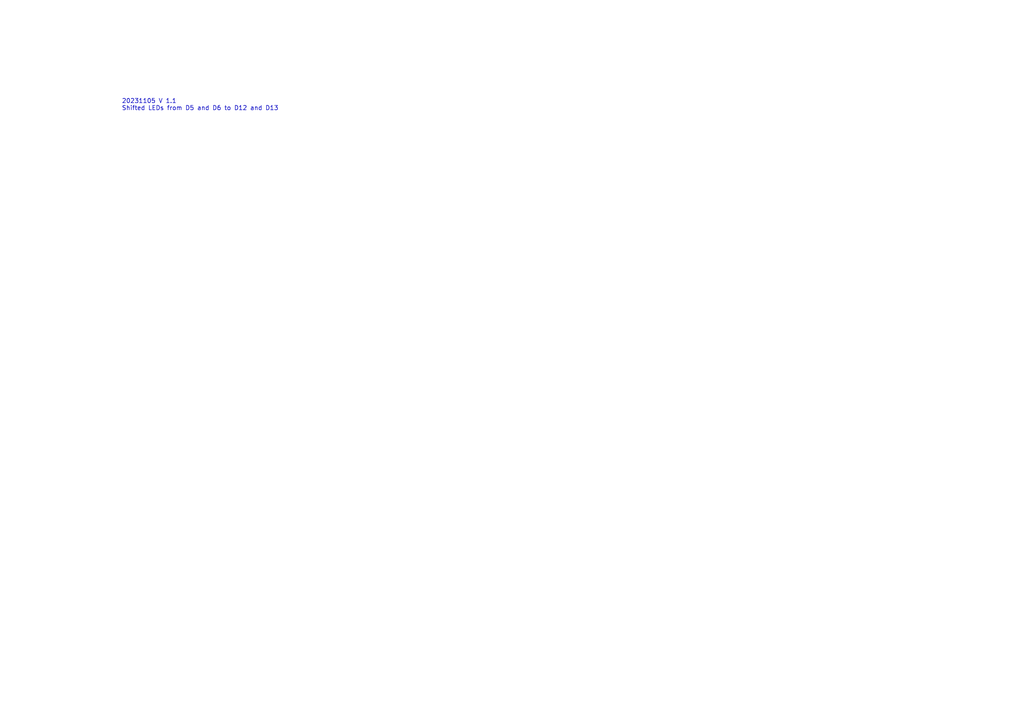
<source format=kicad_sch>
(kicad_sch (version 20230121) (generator eeschema)
  (paper "A4")
  (lib_symbols)
  (text "20231105 V 1.1\nShifted LEDs from D5 and D6 to D12 and D13" (at 35.306 32.258 0) (effects (font (size 1.27 1.27)) (justify left bottom)))
)
</source>
